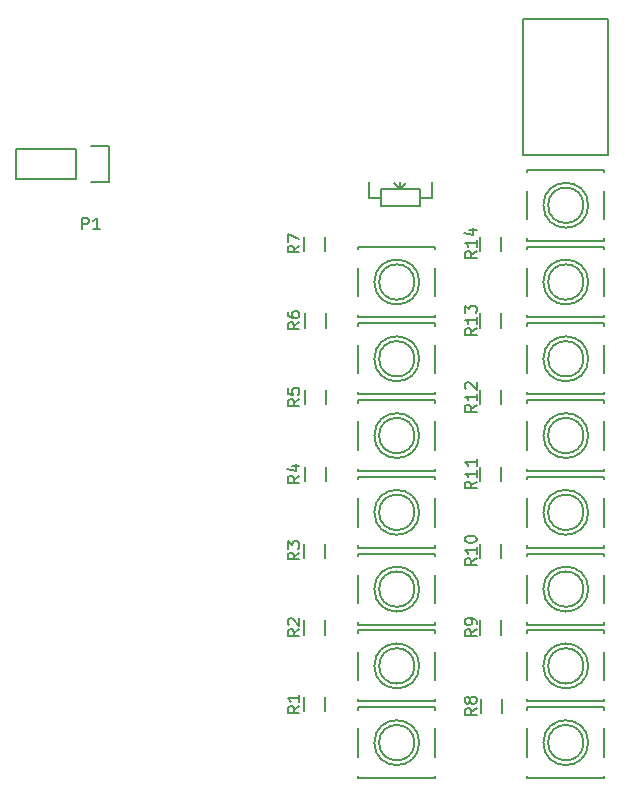
<source format=gbr>
G04 #@! TF.FileFunction,Legend,Top*
%FSLAX46Y46*%
G04 Gerber Fmt 4.6, Leading zero omitted, Abs format (unit mm)*
G04 Created by KiCad (PCBNEW 4.0.6-e0-6349~52~ubuntu16.10.1) date Mon May  8 18:47:24 2017*
%MOMM*%
%LPD*%
G01*
G04 APERTURE LIST*
%ADD10C,0.100000*%
%ADD11C,0.150000*%
G04 APERTURE END LIST*
D10*
D11*
X82780000Y-100550000D02*
X84330000Y-100550000D01*
X84330000Y-100550000D02*
X84330000Y-97450000D01*
X84330000Y-97450000D02*
X82780000Y-97450000D01*
X81510000Y-100270000D02*
X76430000Y-100270000D01*
X76430000Y-100270000D02*
X76430000Y-97730000D01*
X76430000Y-97730000D02*
X81510000Y-97730000D01*
X81510000Y-97730000D02*
X81510000Y-100270000D01*
X102614240Y-144150000D02*
X102614240Y-145350000D01*
X100864240Y-145350000D02*
X100864240Y-144150000D01*
X102614240Y-137650000D02*
X102614240Y-138850000D01*
X100864240Y-138850000D02*
X100864240Y-137650000D01*
X102614240Y-131150000D02*
X102614240Y-132350000D01*
X100864240Y-132350000D02*
X100864240Y-131150000D01*
X102675000Y-124650000D02*
X102675000Y-125850000D01*
X100925000Y-125850000D02*
X100925000Y-124650000D01*
X102675000Y-118150000D02*
X102675000Y-119350000D01*
X100925000Y-119350000D02*
X100925000Y-118150000D01*
X102675000Y-111650000D02*
X102675000Y-112850000D01*
X100925000Y-112850000D02*
X100925000Y-111650000D01*
X102614240Y-105150000D02*
X102614240Y-106350000D01*
X100864240Y-106350000D02*
X100864240Y-105150000D01*
X117575000Y-144300000D02*
X117575000Y-145500000D01*
X115825000Y-145500000D02*
X115825000Y-144300000D01*
X117514240Y-137650000D02*
X117514240Y-138850000D01*
X115764240Y-138850000D02*
X115764240Y-137650000D01*
X117514240Y-131150000D02*
X117514240Y-132350000D01*
X115764240Y-132350000D02*
X115764240Y-131150000D01*
X117475000Y-124650000D02*
X117475000Y-125850000D01*
X115725000Y-125850000D02*
X115725000Y-124650000D01*
X117475000Y-118150000D02*
X117475000Y-119350000D01*
X115725000Y-119350000D02*
X115725000Y-118150000D01*
X117475000Y-111650000D02*
X117475000Y-112850000D01*
X115725000Y-112850000D02*
X115725000Y-111650000D01*
X117475000Y-105150000D02*
X117475000Y-106350000D01*
X115725000Y-106350000D02*
X115725000Y-105150000D01*
X105439944Y-151000000D02*
X105439944Y-150800000D01*
X105439944Y-145000000D02*
X105439944Y-145200000D01*
X111939944Y-145000000D02*
X111939944Y-145200000D01*
X111939944Y-151000000D02*
X111939944Y-150800000D01*
X111939944Y-149200000D02*
X111939944Y-146800000D01*
X105439944Y-149200000D02*
X105439944Y-146800000D01*
X105439944Y-151000000D02*
X111939944Y-151000000D01*
X111939944Y-145000000D02*
X105439944Y-145000000D01*
X110589944Y-148000000D02*
G75*
G03X110589944Y-148000000I-1900000J0D01*
G01*
X110189944Y-148000000D02*
G75*
G03X110189944Y-148000000I-1500000J0D01*
G01*
X105439944Y-144500000D02*
X105439944Y-144300000D01*
X105439944Y-138500000D02*
X105439944Y-138700000D01*
X111939944Y-138500000D02*
X111939944Y-138700000D01*
X111939944Y-144500000D02*
X111939944Y-144300000D01*
X111939944Y-142700000D02*
X111939944Y-140300000D01*
X105439944Y-142700000D02*
X105439944Y-140300000D01*
X105439944Y-144500000D02*
X111939944Y-144500000D01*
X111939944Y-138500000D02*
X105439944Y-138500000D01*
X110589944Y-141500000D02*
G75*
G03X110589944Y-141500000I-1900000J0D01*
G01*
X110189944Y-141500000D02*
G75*
G03X110189944Y-141500000I-1500000J0D01*
G01*
X105439944Y-138000000D02*
X105439944Y-137800000D01*
X105439944Y-132000000D02*
X105439944Y-132200000D01*
X111939944Y-132000000D02*
X111939944Y-132200000D01*
X111939944Y-138000000D02*
X111939944Y-137800000D01*
X111939944Y-136200000D02*
X111939944Y-133800000D01*
X105439944Y-136200000D02*
X105439944Y-133800000D01*
X105439944Y-138000000D02*
X111939944Y-138000000D01*
X111939944Y-132000000D02*
X105439944Y-132000000D01*
X110589944Y-135000000D02*
G75*
G03X110589944Y-135000000I-1900000J0D01*
G01*
X110189944Y-135000000D02*
G75*
G03X110189944Y-135000000I-1500000J0D01*
G01*
X105439944Y-131500000D02*
X105439944Y-131300000D01*
X105439944Y-125500000D02*
X105439944Y-125700000D01*
X111939944Y-125500000D02*
X111939944Y-125700000D01*
X111939944Y-131500000D02*
X111939944Y-131300000D01*
X111939944Y-129700000D02*
X111939944Y-127300000D01*
X105439944Y-129700000D02*
X105439944Y-127300000D01*
X105439944Y-131500000D02*
X111939944Y-131500000D01*
X111939944Y-125500000D02*
X105439944Y-125500000D01*
X110589944Y-128500000D02*
G75*
G03X110589944Y-128500000I-1900000J0D01*
G01*
X110189944Y-128500000D02*
G75*
G03X110189944Y-128500000I-1500000J0D01*
G01*
X105439944Y-125000000D02*
X105439944Y-124800000D01*
X105439944Y-119000000D02*
X105439944Y-119200000D01*
X111939944Y-119000000D02*
X111939944Y-119200000D01*
X111939944Y-125000000D02*
X111939944Y-124800000D01*
X111939944Y-123200000D02*
X111939944Y-120800000D01*
X105439944Y-123200000D02*
X105439944Y-120800000D01*
X105439944Y-125000000D02*
X111939944Y-125000000D01*
X111939944Y-119000000D02*
X105439944Y-119000000D01*
X110589944Y-122000000D02*
G75*
G03X110589944Y-122000000I-1900000J0D01*
G01*
X110189944Y-122000000D02*
G75*
G03X110189944Y-122000000I-1500000J0D01*
G01*
X105439944Y-118500000D02*
X105439944Y-118300000D01*
X105439944Y-112500000D02*
X105439944Y-112700000D01*
X111939944Y-112500000D02*
X111939944Y-112700000D01*
X111939944Y-118500000D02*
X111939944Y-118300000D01*
X111939944Y-116700000D02*
X111939944Y-114300000D01*
X105439944Y-116700000D02*
X105439944Y-114300000D01*
X105439944Y-118500000D02*
X111939944Y-118500000D01*
X111939944Y-112500000D02*
X105439944Y-112500000D01*
X110589944Y-115500000D02*
G75*
G03X110589944Y-115500000I-1900000J0D01*
G01*
X110189944Y-115500000D02*
G75*
G03X110189944Y-115500000I-1500000J0D01*
G01*
X105439944Y-112000000D02*
X105439944Y-111800000D01*
X105439944Y-106000000D02*
X105439944Y-106200000D01*
X111939944Y-106000000D02*
X111939944Y-106200000D01*
X111939944Y-112000000D02*
X111939944Y-111800000D01*
X111939944Y-110200000D02*
X111939944Y-107800000D01*
X105439944Y-110200000D02*
X105439944Y-107800000D01*
X105439944Y-112000000D02*
X111939944Y-112000000D01*
X111939944Y-106000000D02*
X105439944Y-106000000D01*
X110589944Y-109000000D02*
G75*
G03X110589944Y-109000000I-1900000J0D01*
G01*
X110189944Y-109000000D02*
G75*
G03X110189944Y-109000000I-1500000J0D01*
G01*
X119750000Y-151000000D02*
X119750000Y-150800000D01*
X119750000Y-145000000D02*
X119750000Y-145200000D01*
X126250000Y-145000000D02*
X126250000Y-145200000D01*
X126250000Y-151000000D02*
X126250000Y-150800000D01*
X126250000Y-149200000D02*
X126250000Y-146800000D01*
X119750000Y-149200000D02*
X119750000Y-146800000D01*
X119750000Y-151000000D02*
X126250000Y-151000000D01*
X126250000Y-145000000D02*
X119750000Y-145000000D01*
X124900000Y-148000000D02*
G75*
G03X124900000Y-148000000I-1900000J0D01*
G01*
X124500000Y-148000000D02*
G75*
G03X124500000Y-148000000I-1500000J0D01*
G01*
X119750000Y-144500000D02*
X119750000Y-144300000D01*
X119750000Y-138500000D02*
X119750000Y-138700000D01*
X126250000Y-138500000D02*
X126250000Y-138700000D01*
X126250000Y-144500000D02*
X126250000Y-144300000D01*
X126250000Y-142700000D02*
X126250000Y-140300000D01*
X119750000Y-142700000D02*
X119750000Y-140300000D01*
X119750000Y-144500000D02*
X126250000Y-144500000D01*
X126250000Y-138500000D02*
X119750000Y-138500000D01*
X124900000Y-141500000D02*
G75*
G03X124900000Y-141500000I-1900000J0D01*
G01*
X124500000Y-141500000D02*
G75*
G03X124500000Y-141500000I-1500000J0D01*
G01*
X119750000Y-138000000D02*
X119750000Y-137800000D01*
X119750000Y-132000000D02*
X119750000Y-132200000D01*
X126250000Y-132000000D02*
X126250000Y-132200000D01*
X126250000Y-138000000D02*
X126250000Y-137800000D01*
X126250000Y-136200000D02*
X126250000Y-133800000D01*
X119750000Y-136200000D02*
X119750000Y-133800000D01*
X119750000Y-138000000D02*
X126250000Y-138000000D01*
X126250000Y-132000000D02*
X119750000Y-132000000D01*
X124900000Y-135000000D02*
G75*
G03X124900000Y-135000000I-1900000J0D01*
G01*
X124500000Y-135000000D02*
G75*
G03X124500000Y-135000000I-1500000J0D01*
G01*
X119750000Y-131500000D02*
X119750000Y-131300000D01*
X119750000Y-125500000D02*
X119750000Y-125700000D01*
X126250000Y-125500000D02*
X126250000Y-125700000D01*
X126250000Y-131500000D02*
X126250000Y-131300000D01*
X126250000Y-129700000D02*
X126250000Y-127300000D01*
X119750000Y-129700000D02*
X119750000Y-127300000D01*
X119750000Y-131500000D02*
X126250000Y-131500000D01*
X126250000Y-125500000D02*
X119750000Y-125500000D01*
X124900000Y-128500000D02*
G75*
G03X124900000Y-128500000I-1900000J0D01*
G01*
X124500000Y-128500000D02*
G75*
G03X124500000Y-128500000I-1500000J0D01*
G01*
X119750000Y-125000000D02*
X119750000Y-124800000D01*
X119750000Y-119000000D02*
X119750000Y-119200000D01*
X126250000Y-119000000D02*
X126250000Y-119200000D01*
X126250000Y-125000000D02*
X126250000Y-124800000D01*
X126250000Y-123200000D02*
X126250000Y-120800000D01*
X119750000Y-123200000D02*
X119750000Y-120800000D01*
X119750000Y-125000000D02*
X126250000Y-125000000D01*
X126250000Y-119000000D02*
X119750000Y-119000000D01*
X124900000Y-122000000D02*
G75*
G03X124900000Y-122000000I-1900000J0D01*
G01*
X124500000Y-122000000D02*
G75*
G03X124500000Y-122000000I-1500000J0D01*
G01*
X119750000Y-118500000D02*
X119750000Y-118300000D01*
X119750000Y-112500000D02*
X119750000Y-112700000D01*
X126250000Y-112500000D02*
X126250000Y-112700000D01*
X126250000Y-118500000D02*
X126250000Y-118300000D01*
X126250000Y-116700000D02*
X126250000Y-114300000D01*
X119750000Y-116700000D02*
X119750000Y-114300000D01*
X119750000Y-118500000D02*
X126250000Y-118500000D01*
X126250000Y-112500000D02*
X119750000Y-112500000D01*
X124900000Y-115500000D02*
G75*
G03X124900000Y-115500000I-1900000J0D01*
G01*
X124500000Y-115500000D02*
G75*
G03X124500000Y-115500000I-1500000J0D01*
G01*
X119750000Y-112000000D02*
X119750000Y-111800000D01*
X119750000Y-106000000D02*
X119750000Y-106200000D01*
X126250000Y-106000000D02*
X126250000Y-106200000D01*
X126250000Y-112000000D02*
X126250000Y-111800000D01*
X126250000Y-110200000D02*
X126250000Y-107800000D01*
X119750000Y-110200000D02*
X119750000Y-107800000D01*
X119750000Y-112000000D02*
X126250000Y-112000000D01*
X126250000Y-106000000D02*
X119750000Y-106000000D01*
X124900000Y-109000000D02*
G75*
G03X124900000Y-109000000I-1900000J0D01*
G01*
X124500000Y-109000000D02*
G75*
G03X124500000Y-109000000I-1500000J0D01*
G01*
X119750000Y-105500000D02*
X119750000Y-105300000D01*
X119750000Y-99500000D02*
X119750000Y-99700000D01*
X126250000Y-99500000D02*
X126250000Y-99700000D01*
X126250000Y-105500000D02*
X126250000Y-105300000D01*
X126250000Y-103700000D02*
X126250000Y-101300000D01*
X119750000Y-103700000D02*
X119750000Y-101300000D01*
X119750000Y-105500000D02*
X126250000Y-105500000D01*
X126250000Y-99500000D02*
X119750000Y-99500000D01*
X124900000Y-102500000D02*
G75*
G03X124900000Y-102500000I-1900000J0D01*
G01*
X124500000Y-102500000D02*
G75*
G03X124500000Y-102500000I-1500000J0D01*
G01*
X107349000Y-101921000D02*
X106333000Y-101921000D01*
X106333000Y-101921000D02*
X106333000Y-100524000D01*
X110651000Y-101921000D02*
X111667000Y-101921000D01*
X111667000Y-101921000D02*
X111667000Y-100524000D01*
X109000000Y-101159000D02*
X109000000Y-100524000D01*
X109000000Y-101159000D02*
X108492000Y-100651000D01*
X109000000Y-101159000D02*
X109508000Y-100651000D01*
X110651000Y-101159000D02*
X110651000Y-102556000D01*
X110651000Y-102556000D02*
X107349000Y-102556000D01*
X107349000Y-102556000D02*
X107349000Y-101159000D01*
X107349000Y-101159000D02*
X110651000Y-101159000D01*
X119400000Y-86750000D02*
X126600000Y-86750000D01*
X119400000Y-98250000D02*
X119400000Y-86750000D01*
X126600000Y-98250000D02*
X119400000Y-98250000D01*
X126600000Y-86750000D02*
X126600000Y-98250000D01*
X82041905Y-104552381D02*
X82041905Y-103552381D01*
X82422858Y-103552381D01*
X82518096Y-103600000D01*
X82565715Y-103647619D01*
X82613334Y-103742857D01*
X82613334Y-103885714D01*
X82565715Y-103980952D01*
X82518096Y-104028571D01*
X82422858Y-104076190D01*
X82041905Y-104076190D01*
X83565715Y-104552381D02*
X82994286Y-104552381D01*
X83280000Y-104552381D02*
X83280000Y-103552381D01*
X83184762Y-103695238D01*
X83089524Y-103790476D01*
X82994286Y-103838095D01*
X100452381Y-144916666D02*
X99976190Y-145250000D01*
X100452381Y-145488095D02*
X99452381Y-145488095D01*
X99452381Y-145107142D01*
X99500000Y-145011904D01*
X99547619Y-144964285D01*
X99642857Y-144916666D01*
X99785714Y-144916666D01*
X99880952Y-144964285D01*
X99928571Y-145011904D01*
X99976190Y-145107142D01*
X99976190Y-145488095D01*
X100452381Y-143964285D02*
X100452381Y-144535714D01*
X100452381Y-144250000D02*
X99452381Y-144250000D01*
X99595238Y-144345238D01*
X99690476Y-144440476D01*
X99738095Y-144535714D01*
X100452381Y-138416666D02*
X99976190Y-138750000D01*
X100452381Y-138988095D02*
X99452381Y-138988095D01*
X99452381Y-138607142D01*
X99500000Y-138511904D01*
X99547619Y-138464285D01*
X99642857Y-138416666D01*
X99785714Y-138416666D01*
X99880952Y-138464285D01*
X99928571Y-138511904D01*
X99976190Y-138607142D01*
X99976190Y-138988095D01*
X99547619Y-138035714D02*
X99500000Y-137988095D01*
X99452381Y-137892857D01*
X99452381Y-137654761D01*
X99500000Y-137559523D01*
X99547619Y-137511904D01*
X99642857Y-137464285D01*
X99738095Y-137464285D01*
X99880952Y-137511904D01*
X100452381Y-138083333D01*
X100452381Y-137464285D01*
X100452381Y-131916666D02*
X99976190Y-132250000D01*
X100452381Y-132488095D02*
X99452381Y-132488095D01*
X99452381Y-132107142D01*
X99500000Y-132011904D01*
X99547619Y-131964285D01*
X99642857Y-131916666D01*
X99785714Y-131916666D01*
X99880952Y-131964285D01*
X99928571Y-132011904D01*
X99976190Y-132107142D01*
X99976190Y-132488095D01*
X99452381Y-131583333D02*
X99452381Y-130964285D01*
X99833333Y-131297619D01*
X99833333Y-131154761D01*
X99880952Y-131059523D01*
X99928571Y-131011904D01*
X100023810Y-130964285D01*
X100261905Y-130964285D01*
X100357143Y-131011904D01*
X100404762Y-131059523D01*
X100452381Y-131154761D01*
X100452381Y-131440476D01*
X100404762Y-131535714D01*
X100357143Y-131583333D01*
X100452381Y-125416666D02*
X99976190Y-125750000D01*
X100452381Y-125988095D02*
X99452381Y-125988095D01*
X99452381Y-125607142D01*
X99500000Y-125511904D01*
X99547619Y-125464285D01*
X99642857Y-125416666D01*
X99785714Y-125416666D01*
X99880952Y-125464285D01*
X99928571Y-125511904D01*
X99976190Y-125607142D01*
X99976190Y-125988095D01*
X99785714Y-124559523D02*
X100452381Y-124559523D01*
X99404762Y-124797619D02*
X100119048Y-125035714D01*
X100119048Y-124416666D01*
X100452381Y-118916666D02*
X99976190Y-119250000D01*
X100452381Y-119488095D02*
X99452381Y-119488095D01*
X99452381Y-119107142D01*
X99500000Y-119011904D01*
X99547619Y-118964285D01*
X99642857Y-118916666D01*
X99785714Y-118916666D01*
X99880952Y-118964285D01*
X99928571Y-119011904D01*
X99976190Y-119107142D01*
X99976190Y-119488095D01*
X99452381Y-118011904D02*
X99452381Y-118488095D01*
X99928571Y-118535714D01*
X99880952Y-118488095D01*
X99833333Y-118392857D01*
X99833333Y-118154761D01*
X99880952Y-118059523D01*
X99928571Y-118011904D01*
X100023810Y-117964285D01*
X100261905Y-117964285D01*
X100357143Y-118011904D01*
X100404762Y-118059523D01*
X100452381Y-118154761D01*
X100452381Y-118392857D01*
X100404762Y-118488095D01*
X100357143Y-118535714D01*
X100452381Y-112416666D02*
X99976190Y-112750000D01*
X100452381Y-112988095D02*
X99452381Y-112988095D01*
X99452381Y-112607142D01*
X99500000Y-112511904D01*
X99547619Y-112464285D01*
X99642857Y-112416666D01*
X99785714Y-112416666D01*
X99880952Y-112464285D01*
X99928571Y-112511904D01*
X99976190Y-112607142D01*
X99976190Y-112988095D01*
X99452381Y-111559523D02*
X99452381Y-111750000D01*
X99500000Y-111845238D01*
X99547619Y-111892857D01*
X99690476Y-111988095D01*
X99880952Y-112035714D01*
X100261905Y-112035714D01*
X100357143Y-111988095D01*
X100404762Y-111940476D01*
X100452381Y-111845238D01*
X100452381Y-111654761D01*
X100404762Y-111559523D01*
X100357143Y-111511904D01*
X100261905Y-111464285D01*
X100023810Y-111464285D01*
X99928571Y-111511904D01*
X99880952Y-111559523D01*
X99833333Y-111654761D01*
X99833333Y-111845238D01*
X99880952Y-111940476D01*
X99928571Y-111988095D01*
X100023810Y-112035714D01*
X100452381Y-105916666D02*
X99976190Y-106250000D01*
X100452381Y-106488095D02*
X99452381Y-106488095D01*
X99452381Y-106107142D01*
X99500000Y-106011904D01*
X99547619Y-105964285D01*
X99642857Y-105916666D01*
X99785714Y-105916666D01*
X99880952Y-105964285D01*
X99928571Y-106011904D01*
X99976190Y-106107142D01*
X99976190Y-106488095D01*
X99452381Y-105583333D02*
X99452381Y-104916666D01*
X100452381Y-105345238D01*
X115452381Y-145066666D02*
X114976190Y-145400000D01*
X115452381Y-145638095D02*
X114452381Y-145638095D01*
X114452381Y-145257142D01*
X114500000Y-145161904D01*
X114547619Y-145114285D01*
X114642857Y-145066666D01*
X114785714Y-145066666D01*
X114880952Y-145114285D01*
X114928571Y-145161904D01*
X114976190Y-145257142D01*
X114976190Y-145638095D01*
X114880952Y-144495238D02*
X114833333Y-144590476D01*
X114785714Y-144638095D01*
X114690476Y-144685714D01*
X114642857Y-144685714D01*
X114547619Y-144638095D01*
X114500000Y-144590476D01*
X114452381Y-144495238D01*
X114452381Y-144304761D01*
X114500000Y-144209523D01*
X114547619Y-144161904D01*
X114642857Y-144114285D01*
X114690476Y-144114285D01*
X114785714Y-144161904D01*
X114833333Y-144209523D01*
X114880952Y-144304761D01*
X114880952Y-144495238D01*
X114928571Y-144590476D01*
X114976190Y-144638095D01*
X115071429Y-144685714D01*
X115261905Y-144685714D01*
X115357143Y-144638095D01*
X115404762Y-144590476D01*
X115452381Y-144495238D01*
X115452381Y-144304761D01*
X115404762Y-144209523D01*
X115357143Y-144161904D01*
X115261905Y-144114285D01*
X115071429Y-144114285D01*
X114976190Y-144161904D01*
X114928571Y-144209523D01*
X114880952Y-144304761D01*
X115452381Y-138416666D02*
X114976190Y-138750000D01*
X115452381Y-138988095D02*
X114452381Y-138988095D01*
X114452381Y-138607142D01*
X114500000Y-138511904D01*
X114547619Y-138464285D01*
X114642857Y-138416666D01*
X114785714Y-138416666D01*
X114880952Y-138464285D01*
X114928571Y-138511904D01*
X114976190Y-138607142D01*
X114976190Y-138988095D01*
X115452381Y-137940476D02*
X115452381Y-137750000D01*
X115404762Y-137654761D01*
X115357143Y-137607142D01*
X115214286Y-137511904D01*
X115023810Y-137464285D01*
X114642857Y-137464285D01*
X114547619Y-137511904D01*
X114500000Y-137559523D01*
X114452381Y-137654761D01*
X114452381Y-137845238D01*
X114500000Y-137940476D01*
X114547619Y-137988095D01*
X114642857Y-138035714D01*
X114880952Y-138035714D01*
X114976190Y-137988095D01*
X115023810Y-137940476D01*
X115071429Y-137845238D01*
X115071429Y-137654761D01*
X115023810Y-137559523D01*
X114976190Y-137511904D01*
X114880952Y-137464285D01*
X115452381Y-132392857D02*
X114976190Y-132726191D01*
X115452381Y-132964286D02*
X114452381Y-132964286D01*
X114452381Y-132583333D01*
X114500000Y-132488095D01*
X114547619Y-132440476D01*
X114642857Y-132392857D01*
X114785714Y-132392857D01*
X114880952Y-132440476D01*
X114928571Y-132488095D01*
X114976190Y-132583333D01*
X114976190Y-132964286D01*
X115452381Y-131440476D02*
X115452381Y-132011905D01*
X115452381Y-131726191D02*
X114452381Y-131726191D01*
X114595238Y-131821429D01*
X114690476Y-131916667D01*
X114738095Y-132011905D01*
X114452381Y-130821429D02*
X114452381Y-130726190D01*
X114500000Y-130630952D01*
X114547619Y-130583333D01*
X114642857Y-130535714D01*
X114833333Y-130488095D01*
X115071429Y-130488095D01*
X115261905Y-130535714D01*
X115357143Y-130583333D01*
X115404762Y-130630952D01*
X115452381Y-130726190D01*
X115452381Y-130821429D01*
X115404762Y-130916667D01*
X115357143Y-130964286D01*
X115261905Y-131011905D01*
X115071429Y-131059524D01*
X114833333Y-131059524D01*
X114642857Y-131011905D01*
X114547619Y-130964286D01*
X114500000Y-130916667D01*
X114452381Y-130821429D01*
X115452381Y-125892857D02*
X114976190Y-126226191D01*
X115452381Y-126464286D02*
X114452381Y-126464286D01*
X114452381Y-126083333D01*
X114500000Y-125988095D01*
X114547619Y-125940476D01*
X114642857Y-125892857D01*
X114785714Y-125892857D01*
X114880952Y-125940476D01*
X114928571Y-125988095D01*
X114976190Y-126083333D01*
X114976190Y-126464286D01*
X115452381Y-124940476D02*
X115452381Y-125511905D01*
X115452381Y-125226191D02*
X114452381Y-125226191D01*
X114595238Y-125321429D01*
X114690476Y-125416667D01*
X114738095Y-125511905D01*
X115452381Y-123988095D02*
X115452381Y-124559524D01*
X115452381Y-124273810D02*
X114452381Y-124273810D01*
X114595238Y-124369048D01*
X114690476Y-124464286D01*
X114738095Y-124559524D01*
X115452381Y-119392857D02*
X114976190Y-119726191D01*
X115452381Y-119964286D02*
X114452381Y-119964286D01*
X114452381Y-119583333D01*
X114500000Y-119488095D01*
X114547619Y-119440476D01*
X114642857Y-119392857D01*
X114785714Y-119392857D01*
X114880952Y-119440476D01*
X114928571Y-119488095D01*
X114976190Y-119583333D01*
X114976190Y-119964286D01*
X115452381Y-118440476D02*
X115452381Y-119011905D01*
X115452381Y-118726191D02*
X114452381Y-118726191D01*
X114595238Y-118821429D01*
X114690476Y-118916667D01*
X114738095Y-119011905D01*
X114547619Y-118059524D02*
X114500000Y-118011905D01*
X114452381Y-117916667D01*
X114452381Y-117678571D01*
X114500000Y-117583333D01*
X114547619Y-117535714D01*
X114642857Y-117488095D01*
X114738095Y-117488095D01*
X114880952Y-117535714D01*
X115452381Y-118107143D01*
X115452381Y-117488095D01*
X115452381Y-112892857D02*
X114976190Y-113226191D01*
X115452381Y-113464286D02*
X114452381Y-113464286D01*
X114452381Y-113083333D01*
X114500000Y-112988095D01*
X114547619Y-112940476D01*
X114642857Y-112892857D01*
X114785714Y-112892857D01*
X114880952Y-112940476D01*
X114928571Y-112988095D01*
X114976190Y-113083333D01*
X114976190Y-113464286D01*
X115452381Y-111940476D02*
X115452381Y-112511905D01*
X115452381Y-112226191D02*
X114452381Y-112226191D01*
X114595238Y-112321429D01*
X114690476Y-112416667D01*
X114738095Y-112511905D01*
X114452381Y-111607143D02*
X114452381Y-110988095D01*
X114833333Y-111321429D01*
X114833333Y-111178571D01*
X114880952Y-111083333D01*
X114928571Y-111035714D01*
X115023810Y-110988095D01*
X115261905Y-110988095D01*
X115357143Y-111035714D01*
X115404762Y-111083333D01*
X115452381Y-111178571D01*
X115452381Y-111464286D01*
X115404762Y-111559524D01*
X115357143Y-111607143D01*
X115452381Y-106392857D02*
X114976190Y-106726191D01*
X115452381Y-106964286D02*
X114452381Y-106964286D01*
X114452381Y-106583333D01*
X114500000Y-106488095D01*
X114547619Y-106440476D01*
X114642857Y-106392857D01*
X114785714Y-106392857D01*
X114880952Y-106440476D01*
X114928571Y-106488095D01*
X114976190Y-106583333D01*
X114976190Y-106964286D01*
X115452381Y-105440476D02*
X115452381Y-106011905D01*
X115452381Y-105726191D02*
X114452381Y-105726191D01*
X114595238Y-105821429D01*
X114690476Y-105916667D01*
X114738095Y-106011905D01*
X114785714Y-104583333D02*
X115452381Y-104583333D01*
X114404762Y-104821429D02*
X115119048Y-105059524D01*
X115119048Y-104440476D01*
M02*

</source>
